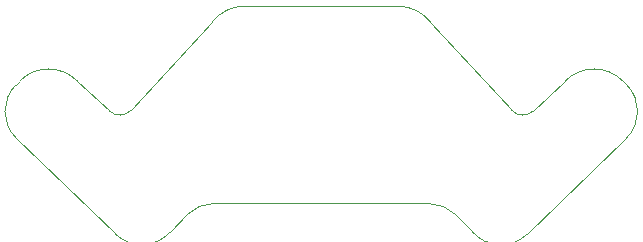
<source format=gbr>
%TF.GenerationSoftware,KiCad,Pcbnew,8.0.3-8.0.3-0~ubuntu22.04.1*%
%TF.CreationDate,2024-06-22T17:40:13-07:00*%
%TF.ProjectId,kraken-can-adapter,6b72616b-656e-42d6-9361-6e2d61646170,2*%
%TF.SameCoordinates,Original*%
%TF.FileFunction,Profile,NP*%
%FSLAX46Y46*%
G04 Gerber Fmt 4.6, Leading zero omitted, Abs format (unit mm)*
G04 Created by KiCad (PCBNEW 8.0.3-8.0.3-0~ubuntu22.04.1) date 2024-06-22 17:40:13*
%MOMM*%
%LPD*%
G01*
G04 APERTURE LIST*
%TA.AperFunction,Profile*%
%ADD10C,0.100000*%
%TD*%
G04 APERTURE END LIST*
D10*
X112749740Y-106957204D02*
G75*
G02*
X115456324Y-108280406I360J-3428996D01*
G01*
X80719259Y-113277933D02*
X80383823Y-113613369D01*
X97021889Y-108281871D02*
G75*
G02*
X99727840Y-106958575I2706311J-2105729D01*
G01*
X132060180Y-118146691D02*
X123645041Y-126273096D01*
X131774696Y-113292239D02*
X132101370Y-113619391D01*
X123645041Y-126273096D02*
G75*
G02*
X119044392Y-126073438I-2205541J2283896D01*
G01*
X126909667Y-113276561D02*
G75*
G02*
X131774704Y-113292232I2424733J-2424839D01*
G01*
X99727840Y-106958570D02*
X112749740Y-106957204D01*
X124160879Y-115839847D02*
G75*
G02*
X122363573Y-115774511I-866079J928747D01*
G01*
X80423348Y-118142316D02*
X88851048Y-126280852D01*
X94893753Y-124587646D02*
G75*
G02*
X97133831Y-123657723I2245047J-2245054D01*
G01*
X97021889Y-108281871D02*
X90112992Y-115777819D01*
X90112992Y-115777819D02*
G75*
G02*
X88323447Y-115846852I-929492J865519D01*
G01*
X115456324Y-108280406D02*
X122363560Y-115774523D01*
X132101370Y-113619391D02*
G75*
G02*
X132060192Y-118146703I-2246670J-2243409D01*
G01*
X115344865Y-123661539D02*
X97133831Y-123657724D01*
X85570325Y-113279500D02*
X88323459Y-115846838D01*
X80423348Y-118142316D02*
G75*
G02*
X80383821Y-113613367I2205532J2283896D01*
G01*
X93439411Y-126068802D02*
X94893753Y-124587646D01*
X126909667Y-113276561D02*
X124160879Y-115839847D01*
X93439411Y-126068802D02*
G75*
G02*
X88851044Y-126280856I-2395411J2084302D01*
G01*
X80719259Y-113277933D02*
G75*
G02*
X85570316Y-113279509I2424741J-2424867D01*
G01*
X115344865Y-123661539D02*
G75*
G02*
X117589255Y-124591440I-665J-3175061D01*
G01*
X119044382Y-126073447D02*
X117589235Y-124591460D01*
M02*

</source>
